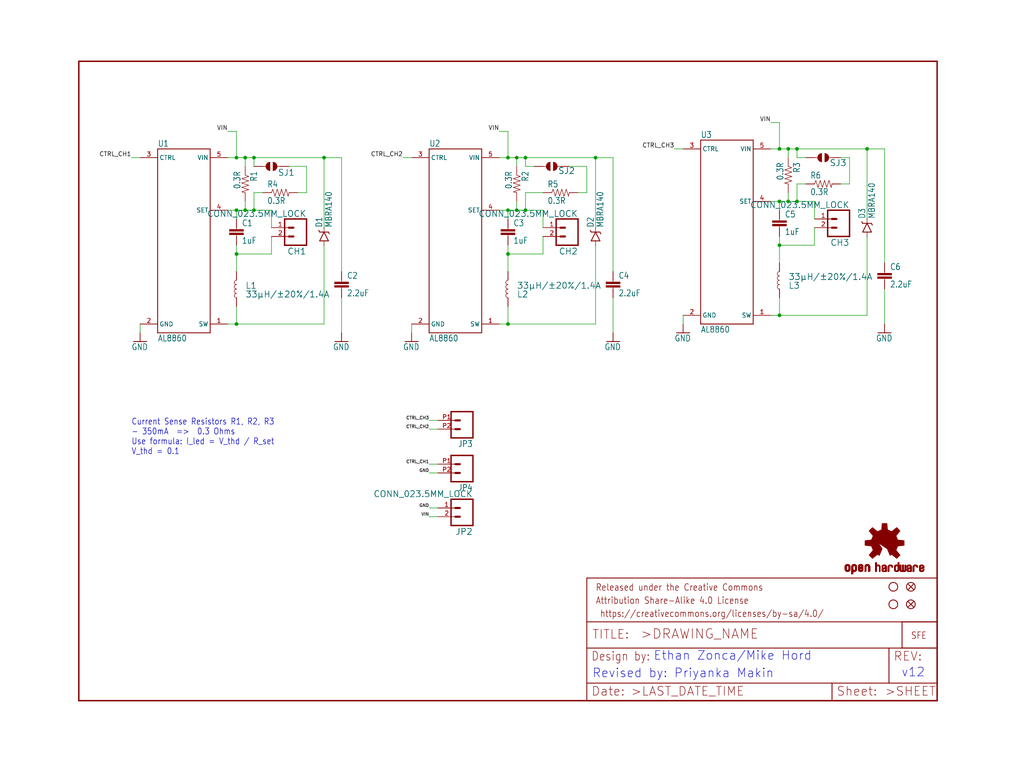
<source format=kicad_sch>
(kicad_sch (version 20211123) (generator eeschema)
  (paper "User" 297.002 223.926)
  (lib_symbols
    (symbol "eagleSchem-eagle-import:0.3OHM-1{slash}8W-1%(0805)"
      (property "Reference" "R" (at -3.81 1.4986 0))
      (property "Value" "0.3OHM-1{slash}8W-1%(0805)" (at -3.81 -3.302 0))
      (symbol "0.3OHM-1{slash}8W-1%(0805)_1_0"
        (pin passive line (at -5.08 0 0) (length 2.54) (name "1") (number "1"))
        (pin passive line (at 5.08 0 180) (length 2.54) (name "2") (number "2"))
      )
    )
    (symbol "eagleSchem-eagle-import:1.0UF-25V-+80{slash}-20(0805)"
      (property "Reference" "C" (at 1.524 2.921 0))
      (property "Value" "1.0UF-25V-+80{slash}-20(0805)" (at 1.524 -2.159 0))
      (symbol "1.0UF-25V-+80{slash}-20(0805)_1_0"
        (pin passive line (at 0 5.08 270) (length 2.54) (name "1") (number "1"))
        (pin passive line (at 0 -2.54 90) (length 2.54) (name "2") (number "2"))
      )
    )
    (symbol "eagleSchem-eagle-import:2.2UF-25V-+80{slash}-20(0805)"
      (property "Reference" "C" (at 1.524 2.921 0))
      (property "Value" "2.2UF-25V-+80{slash}-20(0805)" (at 1.524 -2.159 0))
      (symbol "2.2UF-25V-+80{slash}-20(0805)_1_0"
        (pin passive line (at 0 5.08 270) (length 2.54) (name "1") (number "1"))
        (pin passive line (at 0 -2.54 90) (length 2.54) (name "2") (number "2"))
      )
    )
    (symbol "eagleSchem-eagle-import:AL8860SOT23"
      (property "Reference" "U" (at -7.62 22.86 0))
      (property "Value" "AL8860SOT23" (at -7.62 -35.56 0))
      (symbol "AL8860SOT23_1_0"
        (pin bidirectional line (at 12.7 -30.48 180) (length 5.08) (name "SW") (number "1"))
        (pin bidirectional line (at -12.7 -30.48 0) (length 5.08) (name "GND") (number "2"))
        (pin bidirectional line (at -12.7 17.78 0) (length 5.08) (name "CTRL") (number "3"))
        (pin bidirectional line (at 12.7 2.54 180) (length 5.08) (name "SET") (number "4"))
        (pin bidirectional line (at 12.7 17.78 180) (length 5.08) (name "VIN") (number "5"))
      )
    )
    (symbol "eagleSchem-eagle-import:CONN_023.5MM_LOCK"
      (property "Reference" "J" (at -2.54 5.588 0))
      (property "Value" "CONN_023.5MM_LOCK" (at -2.54 -4.826 0))
      (symbol "CONN_023.5MM_LOCK_1_0"
        (pin passive line (at 7.62 0 180) (length 5.08) (name "1") (number "1"))
        (pin passive line (at 7.62 2.54 180) (length 5.08) (name "2") (number "2"))
      )
    )
    (symbol "eagleSchem-eagle-import:DIODE-SCHOTTKY-MBRA140"
      (property "Reference" "D" (at 2.54 0.4826 0))
      (property "Value" "DIODE-SCHOTTKY-MBRA140" (at 2.54 -2.3114 0))
      (symbol "DIODE-SCHOTTKY-MBRA140_1_0"
        (pin passive line (at -2.54 0 0) (length 0) (name "A") (number "A"))
        (pin passive line (at 2.54 0 180) (length 0) (name "C") (number "C"))
      )
    )
    (symbol "eagleSchem-eagle-import:FIDUCIALUFIDUCIAL")
    (symbol "eagleSchem-eagle-import:FRAME-LETTER"
      (symbol "FRAME-LETTER_2_0"
        (text " https://creativecommons.org/licenses/by-sa/4.0/" (at 2.54 24.13 0) (effects (font (size 1.9304 1.6408)) (justify left bottom)))
        (text ">DRAWING_NAME" (at 15.494 17.78 0) (effects (font (size 2.7432 2.7432)) (justify left bottom)))
        (text ">LAST_DATE_TIME" (at 12.7 1.27 0) (effects (font (size 2.54 2.54)) (justify left bottom)))
        (text ">SHEET" (at 86.36 1.27 0) (effects (font (size 2.54 2.54)) (justify left bottom)))
        (text "Attribution Share-Alike 4.0 License" (at 2.54 27.94 0) (effects (font (size 1.9304 1.6408)) (justify left bottom)))
        (text "Date:" (at 1.27 1.27 0) (effects (font (size 2.54 2.54)) (justify left bottom)))
        (text "Design by:" (at 1.27 11.43 0) (effects (font (size 2.54 2.159)) (justify left bottom)))
        (text "Released under the Creative Commons" (at 2.54 31.75 0) (effects (font (size 1.9304 1.6408)) (justify left bottom)))
        (text "REV:" (at 88.9 11.43 0) (effects (font (size 2.54 2.54)) (justify left bottom)))
        (text "Sheet:" (at 72.39 1.27 0) (effects (font (size 2.54 2.54)) (justify left bottom)))
        (text "TITLE:" (at 1.524 17.78 0) (effects (font (size 2.54 2.54)) (justify left bottom)))
      )
    )
    (symbol "eagleSchem-eagle-import:GND" (power)
      (property "Value" "GND" (at 0 -0.254 0))
      (symbol "GND_1_0"
        (pin power_in line (at 0 2.54 270) (length 2.54) (name "GND") (number "1"))
      )
    )
    (symbol "eagleSchem-eagle-import:INDUCTOR-SRN6045-33UH"
      (property "Reference" "L" (at 1.27 2.54 0))
      (property "Value" "INDUCTOR-SRN6045-33UH" (at 1.27 -2.54 0))
      (symbol "INDUCTOR-SRN6045-33UH_1_0"
        (pin passive line (at 0 5.08 270) (length 2.54) (name "1") (number "1"))
        (pin passive line (at 0 -5.08 90) (length 2.54) (name "2") (number "2"))
      )
    )
    (symbol "eagleSchem-eagle-import:JUMPER-SMT_2_NO_NO-SILK"
      (property "Reference" "JP" (at 0 2.794 0))
      (property "Value" "JUMPER-SMT_2_NO_NO-SILK" (at 0 -2.794 0))
      (symbol "JUMPER-SMT_2_NO_NO-SILK_1_0"
        (pin passive line (at -5.08 0 0) (length 2.54) (name "1") (number "1"))
        (pin passive line (at 5.08 0 180) (length 2.54) (name "2") (number "2"))
      )
    )
    (symbol "eagleSchem-eagle-import:LOGO-SFENEW"
      (symbol "LOGO-SFENEW_1_0"
        (text "SFE" (at 0 0 0) (effects (font (size 1.9304 1.6408)) (justify left bottom)))
      )
    )
    (symbol "eagleSchem-eagle-import:M022.54MM_SCREWTERM"
      (property "Reference" "JP" (at -2.54 5.842 0))
      (property "Value" "M022.54MM_SCREWTERM" (at -2.54 -5.08 0))
      (symbol "M022.54MM_SCREWTERM_1_0"
        (pin passive line (at 7.62 0 180) (length 5.08) (name "1") (number "P1"))
        (pin passive line (at 7.62 2.54 180) (length 5.08) (name "2") (number "P2"))
      )
    )
    (symbol "eagleSchem-eagle-import:OSHW-LOGOS")
    (symbol "eagleSchem-eagle-import:STAND-OFF")
  )
  (junction (at 71.12 60.96))
  (junction (at 147.32 93.98))
  (junction (at 147.32 73.66))
  (junction (at 231.14 58.42))
  (junction (at 68.58 60.96))
  (junction (at 71.12 45.72))
  (junction (at 231.14 43.18))
  (junction (at 226.06 58.42))
  (junction (at 149.86 60.96))
  (junction (at 172.72 45.72))
  (junction (at 251.46 43.18))
  (junction (at 152.4 45.72))
  (junction (at 226.06 43.18))
  (junction (at 73.66 60.96))
  (junction (at 93.98 45.72))
  (junction (at 152.4 60.96))
  (junction (at 68.58 73.66))
  (junction (at 147.32 45.72))
  (junction (at 228.6 58.42))
  (junction (at 73.66 45.72))
  (junction (at 226.06 71.12))
  (junction (at 228.6 43.18))
  (junction (at 68.58 93.98))
  (junction (at 149.86 45.72))
  (junction (at 147.32 60.96))
  (junction (at 226.06 91.44))
  (junction (at 68.58 45.72))
  (wire (pts (xy 93.98 93.98) (xy 93.98 71.12)))
  (wire (pts (xy 223.52 91.44) (xy 226.06 91.44)))
  (wire (pts (xy 198.12 43.18) (xy 195.58 43.18)))
  (wire (pts (xy 177.8 86.36) (xy 177.8 96.52)))
  (wire (pts (xy 119.38 45.72) (xy 116.84 45.72)))
  (wire (pts (xy 68.58 93.98) (xy 93.98 93.98)))
  (wire (pts (xy 71.12 60.96) (xy 73.66 60.96)))
  (wire (pts (xy 228.6 43.18) (xy 231.14 43.18)))
  (wire (pts (xy 236.22 66.04) (xy 236.22 71.12)))
  (wire (pts (xy 83.82 48.26) (xy 88.9 48.26)))
  (wire (pts (xy 147.32 73.66) (xy 147.32 78.74)))
  (wire (pts (xy 73.66 48.26) (xy 73.66 45.72)))
  (wire (pts (xy 157.48 60.96) (xy 157.48 66.04)))
  (wire (pts (xy 256.54 43.18) (xy 256.54 76.2)))
  (wire (pts (xy 127 147.32) (xy 124.46 147.32)))
  (wire (pts (xy 177.8 45.72) (xy 177.8 78.74)))
  (wire (pts (xy 147.32 45.72) (xy 147.32 38.1)))
  (wire (pts (xy 226.06 91.44) (xy 251.46 91.44)))
  (wire (pts (xy 147.32 60.96) (xy 147.32 63.5)))
  (wire (pts (xy 66.04 93.98) (xy 68.58 93.98)))
  (wire (pts (xy 68.58 73.66) (xy 68.58 78.74)))
  (wire (pts (xy 226.06 35.56) (xy 223.52 35.56)))
  (wire (pts (xy 88.9 55.88) (xy 86.36 55.88)))
  (wire (pts (xy 228.6 45.72) (xy 228.6 43.18)))
  (wire (pts (xy 127 137.16) (xy 124.46 137.16)))
  (wire (pts (xy 144.78 93.98) (xy 147.32 93.98)))
  (wire (pts (xy 147.32 93.98) (xy 172.72 93.98)))
  (wire (pts (xy 99.06 86.36) (xy 99.06 96.52)))
  (wire (pts (xy 226.06 71.12) (xy 226.06 76.2)))
  (wire (pts (xy 170.18 55.88) (xy 170.18 48.26)))
  (wire (pts (xy 68.58 71.12) (xy 68.58 73.66)))
  (wire (pts (xy 226.06 91.44) (xy 226.06 86.36)))
  (wire (pts (xy 243.84 45.72) (xy 246.38 45.72)))
  (wire (pts (xy 73.66 45.72) (xy 93.98 45.72)))
  (wire (pts (xy 68.58 60.96) (xy 71.12 60.96)))
  (wire (pts (xy 88.9 48.26) (xy 88.9 55.88)))
  (wire (pts (xy 226.06 58.42) (xy 228.6 58.42)))
  (wire (pts (xy 66.04 60.96) (xy 68.58 60.96)))
  (wire (pts (xy 147.32 45.72) (xy 149.86 45.72)))
  (wire (pts (xy 71.12 45.72) (xy 73.66 45.72)))
  (wire (pts (xy 78.74 68.58) (xy 78.74 73.66)))
  (wire (pts (xy 66.04 45.72) (xy 68.58 45.72)))
  (wire (pts (xy 127 134.62) (xy 124.46 134.62)))
  (wire (pts (xy 172.72 93.98) (xy 172.72 71.12)))
  (wire (pts (xy 127 124.46) (xy 124.46 124.46)))
  (wire (pts (xy 154.94 48.26) (xy 152.4 48.26)))
  (wire (pts (xy 231.14 53.34) (xy 231.14 58.42)))
  (wire (pts (xy 68.58 60.96) (xy 68.58 63.5)))
  (wire (pts (xy 71.12 45.72) (xy 71.12 48.26)))
  (wire (pts (xy 228.6 55.88) (xy 228.6 58.42)))
  (wire (pts (xy 246.38 45.72) (xy 246.38 53.34)))
  (wire (pts (xy 149.86 58.42) (xy 149.86 60.96)))
  (wire (pts (xy 71.12 58.42) (xy 71.12 60.96)))
  (wire (pts (xy 152.4 48.26) (xy 152.4 45.72)))
  (wire (pts (xy 233.68 53.34) (xy 231.14 53.34)))
  (wire (pts (xy 223.52 43.18) (xy 226.06 43.18)))
  (wire (pts (xy 231.14 45.72) (xy 231.14 43.18)))
  (wire (pts (xy 99.06 45.72) (xy 99.06 78.74)))
  (wire (pts (xy 251.46 91.44) (xy 251.46 68.58)))
  (wire (pts (xy 236.22 71.12) (xy 226.06 71.12)))
  (wire (pts (xy 78.74 60.96) (xy 78.74 66.04)))
  (wire (pts (xy 78.74 73.66) (xy 68.58 73.66)))
  (wire (pts (xy 157.48 68.58) (xy 157.48 73.66)))
  (wire (pts (xy 40.64 96.52) (xy 40.64 93.98)))
  (wire (pts (xy 226.06 68.58) (xy 226.06 71.12)))
  (wire (pts (xy 73.66 60.96) (xy 78.74 60.96)))
  (wire (pts (xy 73.66 55.88) (xy 73.66 60.96)))
  (wire (pts (xy 144.78 45.72) (xy 147.32 45.72)))
  (wire (pts (xy 152.4 60.96) (xy 157.48 60.96)))
  (wire (pts (xy 119.38 96.52) (xy 119.38 93.98)))
  (wire (pts (xy 256.54 83.82) (xy 256.54 93.98)))
  (wire (pts (xy 172.72 66.04) (xy 172.72 45.72)))
  (wire (pts (xy 152.4 55.88) (xy 152.4 60.96)))
  (wire (pts (xy 40.64 45.72) (xy 38.1 45.72)))
  (wire (pts (xy 144.78 60.96) (xy 147.32 60.96)))
  (wire (pts (xy 127 121.92) (xy 124.46 121.92)))
  (wire (pts (xy 147.32 93.98) (xy 147.32 88.9)))
  (wire (pts (xy 228.6 58.42) (xy 231.14 58.42)))
  (wire (pts (xy 167.64 55.88) (xy 170.18 55.88)))
  (wire (pts (xy 149.86 48.26) (xy 149.86 45.72)))
  (wire (pts (xy 68.58 45.72) (xy 71.12 45.72)))
  (wire (pts (xy 68.58 45.72) (xy 68.58 38.1)))
  (wire (pts (xy 149.86 45.72) (xy 152.4 45.72)))
  (wire (pts (xy 231.14 43.18) (xy 251.46 43.18)))
  (wire (pts (xy 226.06 43.18) (xy 228.6 43.18)))
  (wire (pts (xy 236.22 58.42) (xy 236.22 63.5)))
  (wire (pts (xy 147.32 60.96) (xy 149.86 60.96)))
  (wire (pts (xy 233.68 45.72) (xy 231.14 45.72)))
  (wire (pts (xy 251.46 63.5) (xy 251.46 43.18)))
  (wire (pts (xy 157.48 55.88) (xy 152.4 55.88)))
  (wire (pts (xy 93.98 66.04) (xy 93.98 45.72)))
  (wire (pts (xy 251.46 43.18) (xy 256.54 43.18)))
  (wire (pts (xy 147.32 71.12) (xy 147.32 73.66)))
  (wire (pts (xy 68.58 38.1) (xy 66.04 38.1)))
  (wire (pts (xy 172.72 45.72) (xy 177.8 45.72)))
  (wire (pts (xy 149.86 60.96) (xy 152.4 60.96)))
  (wire (pts (xy 170.18 48.26) (xy 165.1 48.26)))
  (wire (pts (xy 147.32 38.1) (xy 144.78 38.1)))
  (wire (pts (xy 152.4 45.72) (xy 172.72 45.72)))
  (wire (pts (xy 246.38 53.34) (xy 243.84 53.34)))
  (wire (pts (xy 198.12 93.98) (xy 198.12 91.44)))
  (wire (pts (xy 231.14 58.42) (xy 236.22 58.42)))
  (wire (pts (xy 93.98 45.72) (xy 99.06 45.72)))
  (wire (pts (xy 223.52 58.42) (xy 226.06 58.42)))
  (wire (pts (xy 127 149.86) (xy 124.46 149.86)))
  (wire (pts (xy 157.48 73.66) (xy 147.32 73.66)))
  (wire (pts (xy 226.06 58.42) (xy 226.06 60.96)))
  (wire (pts (xy 68.58 93.98) (xy 68.58 88.9)))
  (wire (pts (xy 226.06 43.18) (xy 226.06 35.56)))
  (wire (pts (xy 76.2 55.88) (xy 73.66 55.88)))
  (text "v12" (at 261.366 196.596 180) (effects (font (size 2.54 2.54)) (justify left bottom)))
  (text "Revised by: Priyanka Makin" (at 171.704 196.85 180) (effects (font (size 2.54 2.54)) (justify left bottom)))
  (text "Ethan Zonca/Mike Hord" (at 189.484 191.77 180) (effects (font (size 2.54 2.54)) (justify left bottom)))
  (text "Current Sense Resistors R1, R2, R3\n- 350mA  =>  0.3 Ohms\nUse formula: I_led = V_thd / R_set\nV_thd = 0.1" (at 38.1 132.08 0) (effects (font (size 1.778 1.5113)) (justify left bottom)))
  (label "GND" (at 124.46 147.32 180) (effects (font (size 0.889 0.889))))
  (label "CTRL_CH2" (at 124.46 124.46 180) (effects (font (size 0.889 0.889))))
  (label "VIN" (at 124.46 149.86 180) (effects (font (size 0.889 0.889))))
  (label "CTRL_CH1" (at 38.1 45.72 180) (effects (font (size 1.2446 1.2446))))
  (label "CTRL_CH3" (at 195.58 43.18 180) (effects (font (size 1.2446 1.2446))))
  (label "CTRL_CH3" (at 124.46 121.92 180) (effects (font (size 0.889 0.889))))
  (label "VIN" (at 66.04 38.1 180) (effects (font (size 1.2446 1.2446))))
  (label "VIN" (at 144.78 38.1 180) (effects (font (size 1.2446 1.2446))))
  (label "VIN" (at 223.52 35.56 180) (effects (font (size 1.2446 1.2446))))
  (label "CTRL_CH1" (at 124.46 134.62 180) (effects (font (size 0.889 0.889))))
  (label "CTRL_CH2" (at 116.84 45.72 180) (effects (font (size 1.2446 1.2446))))
  (label "GND" (at 124.46 137.16 180) (effects (font (size 0.889 0.889))))
  (symbol (lib_id "eagleSchem-eagle-import:GND") (at 40.64 99.06 0) (unit 1)
    (property "Reference" "#GND6" (effects hide))
    (property "Value" "GND" (at 38.1 101.6 0) (effects (font (size 1.778 1.5113)) (justify left bottom)))
    (property "Footprint" "eagleSchem:" (effects hide))
  )
  (symbol (lib_id "eagleSchem-eagle-import:INDUCTOR-SRN6045-33UH") (at 226.06 81.28 180) (unit 1)
    (property "Reference" "L3" (at 228.6 83.82 0) (effects (font (size 1.778 1.778)) (justify right top)))
    (property "Value" "33µH/±20%/1.4A" (at 228.6 81.28 0) (effects (font (size 1.778 1.778)) (justify right top)))
    (property "Footprint" "eagleSchem:SRN6045" (effects hide))
  )
  (symbol (lib_id "eagleSchem-eagle-import:0.3OHM-1{slash}8W-1%(0805)") (at 149.86 53.34 270) (unit 1)
    (property "Reference" "R2" (at 151.3586 49.53 0) (effects (font (size 1.778 1.5113)) (justify left bottom)))
    (property "Value" "0.3R" (at 146.558 49.53 0) (effects (font (size 1.778 1.5113)) (justify left bottom)))
    (property "Footprint" "eagleSchem:0805" (effects hide))
  )
  (symbol (lib_id "eagleSchem-eagle-import:GND") (at 177.8 99.06 0) (unit 1)
    (property "Reference" "#GND1" (effects hide))
    (property "Value" "GND" (at 175.26 101.6 0) (effects (font (size 1.778 1.5113)) (justify left bottom)))
    (property "Footprint" "eagleSchem:" (effects hide))
  )
  (symbol (lib_id "eagleSchem-eagle-import:CONN_023.5MM_LOCK") (at 134.62 147.32 180) (unit 1)
    (property "Reference" "JP2" (at 137.16 153.162 0) (effects (font (size 1.778 1.778)) (justify left bottom)))
    (property "Value" "CONN_023.5MM_LOCK" (at 137.16 142.24 0) (effects (font (size 1.778 1.778)) (justify left bottom)))
    (property "Footprint" "eagleSchem:SCREWTERMINAL-3.5MM-2_LOCK" (effects hide))
  )
  (symbol (lib_id "eagleSchem-eagle-import:DIODE-SCHOTTKY-MBRA140") (at 251.46 66.04 90) (unit 1)
    (property "Reference" "D3" (at 250.9774 63.5 0) (effects (font (size 1.778 1.5113)) (justify left bottom)))
    (property "Value" "MBRA140" (at 253.7714 63.5 0) (effects (font (size 1.778 1.5113)) (justify left bottom)))
    (property "Footprint" "eagleSchem:SMA-DIODE" (effects hide))
  )
  (symbol (lib_id "eagleSchem-eagle-import:FRAME-LETTER") (at 22.86 203.2 0) (unit 1)
    (property "Reference" "FRAME1" (effects hide))
    (property "Value" "FRAME-LETTER" (effects hide))
    (property "Footprint" "eagleSchem:CREATIVE_COMMONS" (effects hide))
  )
  (symbol (lib_id "eagleSchem-eagle-import:INDUCTOR-SRN6045-33UH") (at 68.58 83.82 180) (unit 1)
    (property "Reference" "L1" (at 71.12 83.82 0) (effects (font (size 1.778 1.778)) (justify right top)))
    (property "Value" "33µH/±20%/1.4A" (at 71.12 86.36 0) (effects (font (size 1.778 1.778)) (justify right top)))
    (property "Footprint" "eagleSchem:SRN6045" (effects hide))
  )
  (symbol (lib_id "eagleSchem-eagle-import:FIDUCIALUFIDUCIAL") (at 264.16 170.18 0) (unit 1)
    (property "Reference" "FID1" (effects hide))
    (property "Value" "FIDUCIALUFIDUCIAL" (effects hide))
    (property "Footprint" "eagleSchem:MICRO-FIDUCIAL" (effects hide))
  )
  (symbol (lib_id "eagleSchem-eagle-import:STAND-OFF") (at 259.08 175.26 0) (unit 1)
    (property "Reference" "STANDOFF1" (effects hide))
    (property "Value" "STAND-OFF" (effects hide))
    (property "Footprint" "eagleSchem:STAND-OFF" (effects hide))
  )
  (symbol (lib_id "eagleSchem-eagle-import:GND") (at 99.06 99.06 0) (unit 1)
    (property "Reference" "#GND13" (effects hide))
    (property "Value" "GND" (at 96.52 101.6 0) (effects (font (size 1.778 1.5113)) (justify left bottom)))
    (property "Footprint" "eagleSchem:" (effects hide))
  )
  (symbol (lib_id "eagleSchem-eagle-import:CONN_023.5MM_LOCK") (at 86.36 66.04 180) (unit 1)
    (property "Reference" "CH1" (at 88.9 71.882 0) (effects (font (size 1.778 1.778)) (justify left bottom)))
    (property "Value" "CONN_023.5MM_LOCK" (at 88.9 60.96 0) (effects (font (size 1.778 1.778)) (justify left bottom)))
    (property "Footprint" "eagleSchem:SCREWTERMINAL-3.5MM-2_LOCK" (effects hide))
  )
  (symbol (lib_id "eagleSchem-eagle-import:2.2UF-25V-+80{slash}-20(0805)") (at 256.54 81.28 0) (unit 1)
    (property "Reference" "C6" (at 258.064 78.359 0) (effects (font (size 1.778 1.5113)) (justify left bottom)))
    (property "Value" "2.2uF" (at 258.064 83.439 0) (effects (font (size 1.778 1.5113)) (justify left bottom)))
    (property "Footprint" "eagleSchem:0805" (effects hide))
  )
  (symbol (lib_id "eagleSchem-eagle-import:INDUCTOR-SRN6045-33UH") (at 147.32 83.82 180) (unit 1)
    (property "Reference" "L2" (at 149.86 86.36 0) (effects (font (size 1.778 1.778)) (justify right top)))
    (property "Value" "33µH/±20%/1.4A" (at 149.86 83.82 0) (effects (font (size 1.778 1.778)) (justify right top)))
    (property "Footprint" "eagleSchem:SRN6045" (effects hide))
  )
  (symbol (lib_id "eagleSchem-eagle-import:AL8860SOT23") (at 53.34 63.5 0) (unit 1)
    (property "Reference" "U1" (at 45.72 40.64 0) (effects (font (size 1.778 1.5113)) (justify left top)))
    (property "Value" "AL8860" (at 45.72 99.06 0) (effects (font (size 1.778 1.5113)) (justify left bottom)))
    (property "Footprint" "eagleSchem:SOT23-5" (effects hide))
  )
  (symbol (lib_id "eagleSchem-eagle-import:1.0UF-25V-+80{slash}-20(0805)") (at 68.58 68.58 0) (unit 1)
    (property "Reference" "C1" (at 70.104 65.659 0) (effects (font (size 1.778 1.5113)) (justify left bottom)))
    (property "Value" "1uF" (at 70.104 70.739 0) (effects (font (size 1.778 1.5113)) (justify left bottom)))
    (property "Footprint" "eagleSchem:0805" (effects hide))
  )
  (symbol (lib_id "eagleSchem-eagle-import:AL8860SOT23") (at 132.08 63.5 0) (unit 1)
    (property "Reference" "U2" (at 124.46 40.64 0) (effects (font (size 1.778 1.5113)) (justify left top)))
    (property "Value" "AL8860" (at 124.46 99.06 0) (effects (font (size 1.778 1.5113)) (justify left bottom)))
    (property "Footprint" "eagleSchem:SOT23-5" (effects hide))
  )
  (symbol (lib_id "eagleSchem-eagle-import:DIODE-SCHOTTKY-MBRA140") (at 172.72 68.58 90) (unit 1)
    (property "Reference" "D2" (at 172.2374 66.04 0) (effects (font (size 1.778 1.5113)) (justify left bottom)))
    (property "Value" "MBRA140" (at 175.0314 66.04 0) (effects (font (size 1.778 1.5113)) (justify left bottom)))
    (property "Footprint" "eagleSchem:SMA-DIODE" (effects hide))
  )
  (symbol (lib_id "eagleSchem-eagle-import:JUMPER-SMT_2_NO_NO-SILK") (at 78.74 48.26 0) (unit 1)
    (property "Reference" "SJ1" (at 80.518 51.054 0) (effects (font (size 1.778 1.778)) (justify left bottom)))
    (property "Value" "JUMPER-SMT_2_NO_NO-SILK" (effects hide))
    (property "Footprint" "eagleSchem:SMT-JUMPER_2_NO_NO-SILK" (effects hide))
  )
  (symbol (lib_id "eagleSchem-eagle-import:2.2UF-25V-+80{slash}-20(0805)") (at 177.8 83.82 0) (unit 1)
    (property "Reference" "C4" (at 179.324 80.899 0) (effects (font (size 1.778 1.5113)) (justify left bottom)))
    (property "Value" "2.2uF" (at 179.324 85.979 0) (effects (font (size 1.778 1.5113)) (justify left bottom)))
    (property "Footprint" "eagleSchem:0805" (effects hide))
  )
  (symbol (lib_id "eagleSchem-eagle-import:GND") (at 256.54 96.52 0) (unit 1)
    (property "Reference" "#GND15" (effects hide))
    (property "Value" "GND" (at 254 99.06 0) (effects (font (size 1.778 1.5113)) (justify left bottom)))
    (property "Footprint" "eagleSchem:" (effects hide))
  )
  (symbol (lib_id "eagleSchem-eagle-import:STAND-OFF") (at 259.08 170.18 0) (unit 1)
    (property "Reference" "STANDOFF2" (effects hide))
    (property "Value" "STAND-OFF" (effects hide))
    (property "Footprint" "eagleSchem:STAND-OFF" (effects hide))
  )
  (symbol (lib_id "eagleSchem-eagle-import:1.0UF-25V-+80{slash}-20(0805)") (at 147.32 68.58 0) (unit 1)
    (property "Reference" "C3" (at 148.844 65.659 0) (effects (font (size 1.778 1.5113)) (justify left bottom)))
    (property "Value" "1uF" (at 148.844 70.739 0) (effects (font (size 1.778 1.5113)) (justify left bottom)))
    (property "Footprint" "eagleSchem:0805" (effects hide))
  )
  (symbol (lib_id "eagleSchem-eagle-import:GND") (at 198.12 96.52 0) (unit 1)
    (property "Reference" "#GND14" (effects hide))
    (property "Value" "GND" (at 195.58 99.06 0) (effects (font (size 1.778 1.5113)) (justify left bottom)))
    (property "Footprint" "eagleSchem:" (effects hide))
  )
  (symbol (lib_id "eagleSchem-eagle-import:1.0UF-25V-+80{slash}-20(0805)") (at 226.06 66.04 0) (unit 1)
    (property "Reference" "C5" (at 227.584 63.119 0) (effects (font (size 1.778 1.5113)) (justify left bottom)))
    (property "Value" "1uF" (at 227.584 68.199 0) (effects (font (size 1.778 1.5113)) (justify left bottom)))
    (property "Footprint" "eagleSchem:0805" (effects hide))
  )
  (symbol (lib_id "eagleSchem-eagle-import:OSHW-LOGOS") (at 256.54 157.48 0) (unit 1)
    (property "Reference" "LOGO1" (effects hide))
    (property "Value" "OSHW-LOGOS" (effects hide))
    (property "Footprint" "eagleSchem:OSHW-LOGO-S" (effects hide))
  )
  (symbol (lib_id "eagleSchem-eagle-import:AL8860SOT23") (at 210.82 60.96 0) (unit 1)
    (property "Reference" "U3" (at 203.2 38.1 0) (effects (font (size 1.778 1.5113)) (justify left top)))
    (property "Value" "AL8860" (at 203.2 96.52 0) (effects (font (size 1.778 1.5113)) (justify left bottom)))
    (property "Footprint" "eagleSchem:SOT23-5" (effects hide))
  )
  (symbol (lib_id "eagleSchem-eagle-import:M022.54MM_SCREWTERM") (at 134.62 134.62 180) (unit 1)
    (property "Reference" "JP4" (at 137.16 140.462 0) (effects (font (size 1.778 1.5113)) (justify left bottom)))
    (property "Value" "M022.54MM_SCREWTERM" (effects hide))
    (property "Footprint" "eagleSchem:1X02_2.54_SCREWTERM@1" (effects hide))
  )
  (symbol (lib_id "eagleSchem-eagle-import:0.3OHM-1{slash}8W-1%(0805)") (at 162.56 55.88 0) (unit 1)
    (property "Reference" "R5" (at 158.75 54.3814 0) (effects (font (size 1.778 1.5113)) (justify left bottom)))
    (property "Value" "0.3R" (at 158.75 59.182 0) (effects (font (size 1.778 1.5113)) (justify left bottom)))
    (property "Footprint" "eagleSchem:0805" (effects hide))
  )
  (symbol (lib_id "eagleSchem-eagle-import:M022.54MM_SCREWTERM") (at 134.62 121.92 180) (unit 1)
    (property "Reference" "JP3" (at 137.16 127.762 0) (effects (font (size 1.778 1.5113)) (justify left bottom)))
    (property "Value" "M022.54MM_SCREWTERM" (effects hide))
    (property "Footprint" "eagleSchem:1X02_2.54_SCREWTERM@1" (effects hide))
  )
  (symbol (lib_id "eagleSchem-eagle-import:0.3OHM-1{slash}8W-1%(0805)") (at 228.6 50.8 270) (unit 1)
    (property "Reference" "R3" (at 230.0986 46.99 0) (effects (font (size 1.778 1.5113)) (justify left bottom)))
    (property "Value" "0.3R" (at 225.298 46.99 0) (effects (font (size 1.778 1.5113)) (justify left bottom)))
    (property "Footprint" "eagleSchem:0805" (effects hide))
  )
  (symbol (lib_id "eagleSchem-eagle-import:CONN_023.5MM_LOCK") (at 243.84 63.5 180) (unit 1)
    (property "Reference" "CH3" (at 246.38 69.342 0) (effects (font (size 1.778 1.778)) (justify left bottom)))
    (property "Value" "CONN_023.5MM_LOCK" (at 246.38 58.42 0) (effects (font (size 1.778 1.778)) (justify left bottom)))
    (property "Footprint" "eagleSchem:SCREWTERMINAL-3.5MM-2_LOCK" (effects hide))
  )
  (symbol (lib_id "eagleSchem-eagle-import:0.3OHM-1{slash}8W-1%(0805)") (at 238.76 53.34 0) (unit 1)
    (property "Reference" "R6" (at 234.95 51.8414 0) (effects (font (size 1.778 1.5113)) (justify left bottom)))
    (property "Value" "0.3R" (at 234.95 56.642 0) (effects (font (size 1.778 1.5113)) (justify left bottom)))
    (property "Footprint" "eagleSchem:0805" (effects hide))
  )
  (symbol (lib_id "eagleSchem-eagle-import:FIDUCIALUFIDUCIAL") (at 264.16 175.26 0) (unit 1)
    (property "Reference" "FID2" (effects hide))
    (property "Value" "FIDUCIALUFIDUCIAL" (effects hide))
    (property "Footprint" "eagleSchem:MICRO-FIDUCIAL" (effects hide))
  )
  (symbol (lib_id "eagleSchem-eagle-import:JUMPER-SMT_2_NO_NO-SILK") (at 160.02 48.26 0) (unit 1)
    (property "Reference" "SJ2" (at 161.798 50.546 0) (effects (font (size 1.778 1.778)) (justify left bottom)))
    (property "Value" "JUMPER-SMT_2_NO_NO-SILK" (effects hide))
    (property "Footprint" "eagleSchem:SMT-JUMPER_2_NO_NO-SILK" (effects hide))
  )
  (symbol (lib_id "eagleSchem-eagle-import:LOGO-SFENEW") (at 264.16 185.42 0) (unit 1)
    (property "Reference" "LOGO2" (effects hide))
    (property "Value" "LOGO-SFENEW" (effects hide))
    (property "Footprint" "eagleSchem:SFE-NEW-WEBLOGO" (effects hide))
  )
  (symbol (lib_id "eagleSchem-eagle-import:0.3OHM-1{slash}8W-1%(0805)") (at 71.12 53.34 270) (unit 1)
    (property "Reference" "R1" (at 72.6186 49.53 0) (effects (font (size 1.778 1.5113)) (justify left bottom)))
    (property "Value" "0.3R" (at 67.818 49.53 0) (effects (font (size 1.778 1.5113)) (justify left bottom)))
    (property "Footprint" "eagleSchem:0805" (effects hide))
  )
  (symbol (lib_id "eagleSchem-eagle-import:FRAME-LETTER") (at 170.18 203.2 0) (unit 2)
    (property "Reference" "FRAME1" (effects hide))
    (property "Value" "FRAME-LETTER" (effects hide))
    (property "Footprint" "eagleSchem:CREATIVE_COMMONS" (effects hide))
  )
  (symbol (lib_id "eagleSchem-eagle-import:JUMPER-SMT_2_NO_NO-SILK") (at 238.76 45.72 0) (unit 1)
    (property "Reference" "SJ3" (at 240.538 48.26 0) (effects (font (size 1.778 1.778)) (justify left bottom)))
    (property "Value" "JUMPER-SMT_2_NO_NO-SILK" (effects hide))
    (property "Footprint" "eagleSchem:SMT-JUMPER_2_NO_NO-SILK" (effects hide))
  )
  (symbol (lib_id "eagleSchem-eagle-import:GND") (at 119.38 99.06 0) (unit 1)
    (property "Reference" "#GND12" (effects hide))
    (property "Value" "GND" (at 116.84 101.6 0) (effects (font (size 1.778 1.5113)) (justify left bottom)))
    (property "Footprint" "eagleSchem:" (effects hide))
  )
  (symbol (lib_id "eagleSchem-eagle-import:2.2UF-25V-+80{slash}-20(0805)") (at 99.06 83.82 0) (unit 1)
    (property "Reference" "C2" (at 100.584 80.899 0) (effects (font (size 1.778 1.5113)) (justify left bottom)))
    (property "Value" "2.2uF" (at 100.584 85.979 0) (effects (font (size 1.778 1.5113)) (justify left bottom)))
    (property "Footprint" "eagleSchem:0805" (effects hide))
  )
  (symbol (lib_id "eagleSchem-eagle-import:0.3OHM-1{slash}8W-1%(0805)") (at 81.28 55.88 0) (unit 1)
    (property "Reference" "R4" (at 77.47 54.3814 0) (effects (font (size 1.778 1.5113)) (justify left bottom)))
    (property "Value" "0.3R" (at 77.47 59.182 0) (effects (font (size 1.778 1.5113)) (justify left bottom)))
    (property "Footprint" "eagleSchem:0805" (effects hide))
  )
  (symbol (lib_id "eagleSchem-eagle-import:DIODE-SCHOTTKY-MBRA140") (at 93.98 68.58 90) (unit 1)
    (property "Reference" "D1" (at 93.4974 66.04 0) (effects (font (size 1.778 1.5113)) (justify left bottom)))
    (property "Value" "MBRA140" (at 96.2914 66.04 0) (effects (font (size 1.778 1.5113)) (justify left bottom)))
    (property "Footprint" "eagleSchem:SMA-DIODE" (effects hide))
  )
  (symbol (lib_id "eagleSchem-eagle-import:CONN_023.5MM_LOCK") (at 165.1 66.04 180) (unit 1)
    (property "Reference" "CH2" (at 167.64 71.882 0) (effects (font (size 1.778 1.778)) (justify left bottom)))
    (property "Value" "CONN_023.5MM_LOCK" (at 167.64 60.96 0) (effects (font (size 1.778 1.778)) (justify left bottom)))
    (property "Footprint" "eagleSchem:SCREWTERMINAL-3.5MM-2_LOCK" (effects hide))
  )
)
</source>
